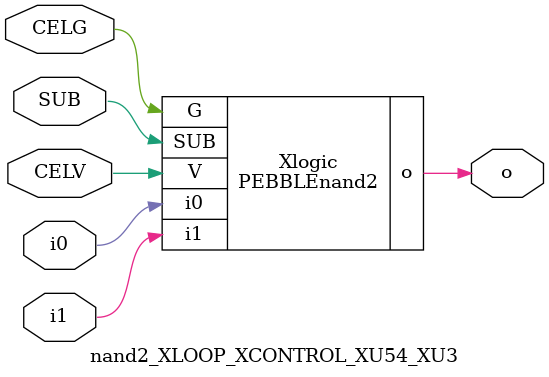
<source format=v>



module PEBBLEnand2 ( o, G, SUB, V, i0, i1 );

  input i0;
  input V;
  input i1;
  input G;
  output o;
  input SUB;
endmodule

//Celera Confidential Do Not Copy nand2_XLOOP_XCONTROL_XU54_XU3
//Celera Confidential Symbol Generator
//5V NAND2
module nand2_XLOOP_XCONTROL_XU54_XU3 (CELV,CELG,i0,i1,o,SUB);
input CELV;
input CELG;
input i0;
input i1;
input SUB;
output o;

//Celera Confidential Do Not Copy nand2
PEBBLEnand2 Xlogic(
.V (CELV),
.i0 (i0),
.i1 (i1),
.o (o),
.SUB (SUB),
.G (CELG)
);
//,diesize,PEBBLEnand2

//Celera Confidential Do Not Copy Module End
//Celera Schematic Generator
endmodule

</source>
